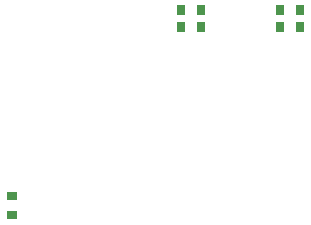
<source format=gbp>
G04*
G04 #@! TF.GenerationSoftware,Altium Limited,Altium Designer,22.4.2 (48)*
G04*
G04 Layer_Color=128*
%FSLAX25Y25*%
%MOIN*%
G70*
G04*
G04 #@! TF.SameCoordinates,FE8C8ECF-970F-4C2D-9C15-E43E087C2527*
G04*
G04*
G04 #@! TF.FilePolarity,Positive*
G04*
G01*
G75*
%ADD33R,0.03347X0.02756*%
%ADD80R,0.02756X0.03347*%
D33*
X169500Y112752D02*
D03*
Y119248D02*
D03*
D80*
X258752Y181250D02*
D03*
X265248D02*
D03*
X258752Y175500D02*
D03*
X265248D02*
D03*
X232272D02*
D03*
X225776D02*
D03*
X232248Y181250D02*
D03*
X225752D02*
D03*
M02*

</source>
